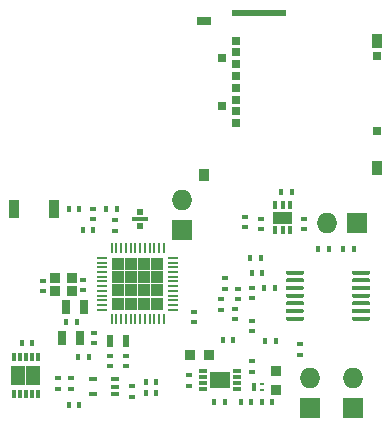
<source format=gts>
G04 #@! TF.GenerationSoftware,KiCad,Pcbnew,(5.0.0)*
G04 #@! TF.CreationDate,2019-01-11T09:19:34-05:00*
G04 #@! TF.ProjectId,GSR_v1,4753525F76312E6B696361645F706362,rev?*
G04 #@! TF.SameCoordinates,Original*
G04 #@! TF.FileFunction,Soldermask,Top*
G04 #@! TF.FilePolarity,Negative*
%FSLAX46Y46*%
G04 Gerber Fmt 4.6, Leading zero omitted, Abs format (unit mm)*
G04 Created by KiCad (PCBNEW (5.0.0)) date 01/11/19 09:19:34*
%MOMM*%
%LPD*%
G01*
G04 APERTURE LIST*
%ADD10R,4.660000X0.530000*%
%ADD11R,0.880000X1.230000*%
%ADD12R,0.780000X0.680000*%
%ADD13R,0.880000X0.980000*%
%ADD14R,1.180000X0.775000*%
%ADD15R,0.730000X0.730000*%
%ADD16R,1.730000X1.730000*%
%ADD17O,1.730000X1.730000*%
%ADD18R,0.629440X0.428780*%
%ADD19R,0.428780X0.629440*%
%ADD20R,0.680000X0.430000*%
%ADD21R,0.830000X0.830000*%
%ADD22R,0.330000X0.680000*%
%ADD23R,1.270000X0.805000*%
%ADD24R,0.730000X0.330000*%
%ADD25R,0.630000X0.630000*%
%ADD26R,0.665000X1.173000*%
%ADD27R,0.930000X0.830000*%
%ADD28R,0.830000X1.630000*%
%ADD29R,0.230000X0.830000*%
%ADD30R,0.830000X0.230000*%
%ADD31R,1.142500X1.142500*%
%ADD32R,0.630000X1.130000*%
%ADD33R,0.780000X0.330000*%
%ADD34R,0.905000X0.755000*%
%ADD35R,0.430000X0.730000*%
%ADD36R,0.430000X0.280000*%
%ADD37R,0.380000X0.680000*%
%ADD38R,0.830000X1.030000*%
%ADD39C,0.150000*%
%ADD40C,0.330000*%
G04 APERTURE END LIST*
D10*
G04 #@! TO.C,J1*
X288065000Y-111100000D03*
D11*
X298025000Y-124195000D03*
D12*
X298075000Y-121057500D03*
X298075000Y-114707500D03*
D11*
X298025000Y-113470000D03*
D13*
X283375000Y-124757500D03*
D14*
X283425000Y-111722500D03*
D15*
X284950000Y-118907500D03*
X284950000Y-114907500D03*
X286150000Y-113407500D03*
X286150000Y-114407500D03*
X286150000Y-115407500D03*
X286150000Y-116407500D03*
X286150000Y-117407500D03*
X286150000Y-118407500D03*
X286150000Y-119407500D03*
X286150000Y-120407500D03*
G04 #@! TD*
D16*
G04 #@! TO.C,P3*
X296020000Y-144480000D03*
D17*
X296020000Y-141940000D03*
G04 #@! TD*
G04 #@! TO.C,P2*
X281560000Y-126870000D03*
D16*
X281560000Y-129410000D03*
G04 #@! TD*
G04 #@! TO.C,P1*
X292420000Y-144480000D03*
D17*
X292420000Y-141940000D03*
G04 #@! TD*
D18*
G04 #@! TO.C,R18*
X291860000Y-129374580D03*
X291860000Y-128475420D03*
G04 #@! TD*
G04 #@! TO.C,R17*
X288200000Y-129399160D03*
X288200000Y-128500000D03*
G04 #@! TD*
G04 #@! TO.C,R16*
X286900000Y-129204580D03*
X286900000Y-128305420D03*
G04 #@! TD*
D19*
G04 #@! TO.C,C6*
X290869580Y-126235000D03*
X289970420Y-126235000D03*
G04 #@! TD*
D18*
G04 #@! TO.C,R15*
X287451800Y-137116820D03*
X287451800Y-138015980D03*
G04 #@! TD*
D19*
G04 #@! TO.C,R14*
X295190420Y-131050000D03*
X296089580Y-131050000D03*
G04 #@! TD*
G04 #@! TO.C,R13*
X289476180Y-138811000D03*
X288577020Y-138811000D03*
G04 #@! TD*
D18*
G04 #@! TO.C,R12*
X291541200Y-139098020D03*
X291541200Y-139997180D03*
G04 #@! TD*
D19*
G04 #@! TO.C,R11*
X293070840Y-131040000D03*
X293970000Y-131040000D03*
G04 #@! TD*
G04 #@! TO.C,R6*
X288500820Y-134315200D03*
X289399980Y-134315200D03*
G04 #@! TD*
G04 #@! TO.C,R4*
X288206180Y-131775200D03*
X287307020Y-131775200D03*
G04 #@! TD*
G04 #@! TO.C,R3*
X288358580Y-133121400D03*
X287459420Y-133121400D03*
G04 #@! TD*
D18*
G04 #@! TO.C,R2*
X287477200Y-135221980D03*
X287477200Y-134322820D03*
G04 #@! TD*
G04 #@! TO.C,R1*
X286283400Y-134399020D03*
X286283400Y-135298180D03*
G04 #@! TD*
G04 #@! TO.C,C5*
X286054800Y-136100820D03*
X286054800Y-136999980D03*
G04 #@! TD*
G04 #@! TO.C,C4*
X284810200Y-135288020D03*
X284810200Y-136187180D03*
G04 #@! TD*
G04 #@! TO.C,C3*
X285230000Y-133499160D03*
X285230000Y-134398320D03*
G04 #@! TD*
D19*
G04 #@! TO.C,R5*
X278480420Y-142290000D03*
X279379580Y-142290000D03*
G04 #@! TD*
D20*
G04 #@! TO.C,U5*
X275900000Y-143360000D03*
X275900000Y-142060000D03*
X275900000Y-142710000D03*
X274000000Y-142060000D03*
X274000000Y-143360000D03*
G04 #@! TD*
D21*
G04 #@! TO.C,D4*
X289520000Y-142980000D03*
X289520000Y-141380000D03*
G04 #@! TD*
D19*
G04 #@! TO.C,C18*
X288310420Y-144010000D03*
X289209580Y-144010000D03*
G04 #@! TD*
G04 #@! TO.C,R10*
X286530420Y-144010000D03*
X287429580Y-144010000D03*
G04 #@! TD*
G04 #@! TO.C,C16*
X285199580Y-144020000D03*
X284300420Y-144020000D03*
G04 #@! TD*
D18*
G04 #@! TO.C,R9*
X282140000Y-142639580D03*
X282140000Y-141740420D03*
G04 #@! TD*
G04 #@! TO.C,C17*
X287490000Y-141469580D03*
X287490000Y-140570420D03*
G04 #@! TD*
D21*
G04 #@! TO.C,D3*
X282240000Y-140050000D03*
X283840000Y-140050000D03*
G04 #@! TD*
D18*
G04 #@! TO.C,C22*
X282587400Y-136355220D03*
X282587400Y-137254380D03*
G04 #@! TD*
D19*
G04 #@! TO.C,R7*
X279379580Y-143270000D03*
X278480420Y-143270000D03*
G04 #@! TD*
D18*
G04 #@! TO.C,C14*
X277310000Y-143549580D03*
X277310000Y-142650420D03*
G04 #@! TD*
D19*
G04 #@! TO.C,C15*
X272849580Y-144260000D03*
X271950420Y-144260000D03*
G04 #@! TD*
D22*
G04 #@! TO.C,U1*
X269320000Y-140200000D03*
X268820000Y-140200000D03*
X268320000Y-140200000D03*
X267820000Y-140200000D03*
X267320000Y-140200000D03*
X267320000Y-143300000D03*
X267820000Y-143300000D03*
X268320000Y-143300000D03*
X268820000Y-143300000D03*
X269320000Y-143300000D03*
D23*
X267700000Y-142137500D03*
X268940000Y-142137500D03*
X267700000Y-141362500D03*
X268940000Y-141362500D03*
G04 #@! TD*
D19*
G04 #@! TO.C,L1*
X267990420Y-138970000D03*
X268889580Y-138970000D03*
G04 #@! TD*
D18*
G04 #@! TO.C,C21*
X274070000Y-139049580D03*
X274070000Y-138150420D03*
G04 #@! TD*
D24*
G04 #@! TO.C,F1*
X278326500Y-128500000D03*
D25*
X278000000Y-129112500D03*
X278000000Y-127887500D03*
D24*
X277637500Y-128500000D03*
G04 #@! TD*
D18*
G04 #@! TO.C,C34*
X275840000Y-129489580D03*
X275840000Y-128590420D03*
G04 #@! TD*
D19*
G04 #@! TO.C,C33*
X273150420Y-129450000D03*
X274049580Y-129450000D03*
G04 #@! TD*
G04 #@! TO.C,C11*
X285889580Y-138790000D03*
X284990420Y-138790000D03*
G04 #@! TD*
D18*
G04 #@! TO.C,C2*
X271040000Y-142899580D03*
X271040000Y-142000420D03*
G04 #@! TD*
G04 #@! TO.C,C1*
X272140000Y-142909580D03*
X272140000Y-142010420D03*
G04 #@! TD*
D26*
G04 #@! TO.C,L4*
X272932000Y-138620000D03*
X271408000Y-138620000D03*
G04 #@! TD*
D27*
G04 #@! TO.C,X1*
X270800000Y-133500000D03*
X272200000Y-133500000D03*
X270800000Y-134600000D03*
X272200000Y-134600000D03*
G04 #@! TD*
D18*
G04 #@! TO.C,C28*
X275450000Y-140100420D03*
X275450000Y-140999580D03*
G04 #@! TD*
D19*
G04 #@! TO.C,C26*
X273649580Y-140200000D03*
X272750420Y-140200000D03*
G04 #@! TD*
D18*
G04 #@! TO.C,C24*
X269800000Y-133750420D03*
X269800000Y-134649580D03*
G04 #@! TD*
G04 #@! TO.C,C25*
X273200000Y-134549580D03*
X273200000Y-133650420D03*
G04 #@! TD*
G04 #@! TO.C,C29*
X276850000Y-140100420D03*
X276850000Y-140999580D03*
G04 #@! TD*
D28*
G04 #@! TO.C,A1*
X270745000Y-127673000D03*
X267345000Y-127673000D03*
G04 #@! TD*
D19*
G04 #@! TO.C,L6*
X272849580Y-127700000D03*
X271950420Y-127700000D03*
G04 #@! TD*
D18*
G04 #@! TO.C,L5*
X274000000Y-127650420D03*
X274000000Y-128549580D03*
G04 #@! TD*
D19*
G04 #@! TO.C,C30*
X276049580Y-127700000D03*
X275150420Y-127700000D03*
G04 #@! TD*
G04 #@! TO.C,L3*
X271730420Y-137270000D03*
X272629580Y-137270000D03*
G04 #@! TD*
D26*
G04 #@! TO.C,C23*
X273262000Y-136000000D03*
X271738000Y-136000000D03*
G04 #@! TD*
D29*
G04 #@! TO.C,U3*
X275600000Y-137000000D03*
X276000000Y-137000000D03*
X276400000Y-137000000D03*
X276800000Y-137000000D03*
X277200000Y-137000000D03*
X277600000Y-137000000D03*
X278000000Y-137000000D03*
X278400000Y-137000000D03*
X278800000Y-137000000D03*
X279200000Y-137000000D03*
X279600000Y-137000000D03*
X280000000Y-137000000D03*
D30*
X280800000Y-136200000D03*
X280800000Y-135800000D03*
X280800000Y-135400000D03*
X280800000Y-135000000D03*
X280800000Y-134600000D03*
X280800000Y-134200000D03*
X280800000Y-133800000D03*
X280800000Y-133400000D03*
X280800000Y-133000000D03*
X280800000Y-132600000D03*
X280800000Y-132200000D03*
X280800000Y-131800000D03*
D29*
X280000000Y-131000000D03*
X279600000Y-131000000D03*
X279200000Y-131000000D03*
X278800000Y-131000000D03*
X278400000Y-131000000D03*
X278000000Y-131000000D03*
X277600000Y-131000000D03*
X277200000Y-131000000D03*
X276800000Y-131000000D03*
X276400000Y-131000000D03*
X276000000Y-131000000D03*
X275600000Y-131000000D03*
D30*
X274800000Y-131800000D03*
X274800000Y-132200000D03*
X274800000Y-132600000D03*
X274800000Y-133000000D03*
X274800000Y-133400000D03*
X274800000Y-133800000D03*
X274800000Y-134200000D03*
X274800000Y-134600000D03*
X274800000Y-135000000D03*
X274800000Y-135400000D03*
X274800000Y-135800000D03*
X274800000Y-136200000D03*
D31*
X279468750Y-132331250D03*
X278356250Y-132331250D03*
X277243750Y-132331250D03*
X276131250Y-132331250D03*
X279468750Y-133443750D03*
X278356250Y-133443750D03*
X277243750Y-133443750D03*
X276131250Y-133443750D03*
X279468750Y-134556250D03*
X278356250Y-134556250D03*
X277243750Y-134556250D03*
X276131250Y-134556250D03*
X279468750Y-135668750D03*
X278356250Y-135668750D03*
X277243750Y-135668750D03*
X276131250Y-135668750D03*
G04 #@! TD*
D32*
G04 #@! TO.C,X2*
X276850000Y-138850000D03*
X275450000Y-138850000D03*
G04 #@! TD*
D33*
G04 #@! TO.C,U6*
X286210000Y-142890000D03*
X286210000Y-142390000D03*
X286210000Y-141890000D03*
X286210000Y-141390000D03*
X283310000Y-141390000D03*
X283310000Y-141890000D03*
X283310000Y-142390000D03*
X283310000Y-142890000D03*
D34*
X284322500Y-141777500D03*
X284322500Y-142502500D03*
X285197500Y-141777500D03*
X285197500Y-142502500D03*
G04 #@! TD*
D35*
G04 #@! TO.C,Q1*
X287610000Y-142730000D03*
D36*
X288310000Y-142955000D03*
X288310000Y-142505000D03*
G04 #@! TD*
D37*
G04 #@! TO.C,U4*
X289410000Y-129465000D03*
X290060000Y-129465000D03*
X290710000Y-129465000D03*
X290710000Y-127365000D03*
X290060000Y-127365000D03*
X289410000Y-127365000D03*
D38*
X290460000Y-128415000D03*
X289660000Y-128415000D03*
G04 #@! TD*
D39*
G04 #@! TO.C,U2*
G36*
X291768986Y-132886397D02*
X291776995Y-132887585D01*
X291784848Y-132889552D01*
X291792471Y-132892280D01*
X291799790Y-132895741D01*
X291806735Y-132899904D01*
X291813237Y-132904727D01*
X291819236Y-132910164D01*
X291824673Y-132916163D01*
X291829496Y-132922665D01*
X291833659Y-132929610D01*
X291837120Y-132936929D01*
X291839848Y-132944552D01*
X291841815Y-132952405D01*
X291843003Y-132960414D01*
X291843400Y-132968500D01*
X291843400Y-133133500D01*
X291843003Y-133141586D01*
X291841815Y-133149595D01*
X291839848Y-133157448D01*
X291837120Y-133165071D01*
X291833659Y-133172390D01*
X291829496Y-133179335D01*
X291824673Y-133185837D01*
X291819236Y-133191836D01*
X291813237Y-133197273D01*
X291806735Y-133202096D01*
X291799790Y-133206259D01*
X291792471Y-133209720D01*
X291784848Y-133212448D01*
X291776995Y-133214415D01*
X291768986Y-133215603D01*
X291760900Y-133216000D01*
X290445900Y-133216000D01*
X290437814Y-133215603D01*
X290429805Y-133214415D01*
X290421952Y-133212448D01*
X290414329Y-133209720D01*
X290407010Y-133206259D01*
X290400065Y-133202096D01*
X290393563Y-133197273D01*
X290387564Y-133191836D01*
X290382127Y-133185837D01*
X290377304Y-133179335D01*
X290373141Y-133172390D01*
X290369680Y-133165071D01*
X290366952Y-133157448D01*
X290364985Y-133149595D01*
X290363797Y-133141586D01*
X290363400Y-133133500D01*
X290363400Y-132968500D01*
X290363797Y-132960414D01*
X290364985Y-132952405D01*
X290366952Y-132944552D01*
X290369680Y-132936929D01*
X290373141Y-132929610D01*
X290377304Y-132922665D01*
X290382127Y-132916163D01*
X290387564Y-132910164D01*
X290393563Y-132904727D01*
X290400065Y-132899904D01*
X290407010Y-132895741D01*
X290414329Y-132892280D01*
X290421952Y-132889552D01*
X290429805Y-132887585D01*
X290437814Y-132886397D01*
X290445900Y-132886000D01*
X291760900Y-132886000D01*
X291768986Y-132886397D01*
X291768986Y-132886397D01*
G37*
D40*
X291103400Y-133051000D03*
D39*
G36*
X291768986Y-133536397D02*
X291776995Y-133537585D01*
X291784848Y-133539552D01*
X291792471Y-133542280D01*
X291799790Y-133545741D01*
X291806735Y-133549904D01*
X291813237Y-133554727D01*
X291819236Y-133560164D01*
X291824673Y-133566163D01*
X291829496Y-133572665D01*
X291833659Y-133579610D01*
X291837120Y-133586929D01*
X291839848Y-133594552D01*
X291841815Y-133602405D01*
X291843003Y-133610414D01*
X291843400Y-133618500D01*
X291843400Y-133783500D01*
X291843003Y-133791586D01*
X291841815Y-133799595D01*
X291839848Y-133807448D01*
X291837120Y-133815071D01*
X291833659Y-133822390D01*
X291829496Y-133829335D01*
X291824673Y-133835837D01*
X291819236Y-133841836D01*
X291813237Y-133847273D01*
X291806735Y-133852096D01*
X291799790Y-133856259D01*
X291792471Y-133859720D01*
X291784848Y-133862448D01*
X291776995Y-133864415D01*
X291768986Y-133865603D01*
X291760900Y-133866000D01*
X290445900Y-133866000D01*
X290437814Y-133865603D01*
X290429805Y-133864415D01*
X290421952Y-133862448D01*
X290414329Y-133859720D01*
X290407010Y-133856259D01*
X290400065Y-133852096D01*
X290393563Y-133847273D01*
X290387564Y-133841836D01*
X290382127Y-133835837D01*
X290377304Y-133829335D01*
X290373141Y-133822390D01*
X290369680Y-133815071D01*
X290366952Y-133807448D01*
X290364985Y-133799595D01*
X290363797Y-133791586D01*
X290363400Y-133783500D01*
X290363400Y-133618500D01*
X290363797Y-133610414D01*
X290364985Y-133602405D01*
X290366952Y-133594552D01*
X290369680Y-133586929D01*
X290373141Y-133579610D01*
X290377304Y-133572665D01*
X290382127Y-133566163D01*
X290387564Y-133560164D01*
X290393563Y-133554727D01*
X290400065Y-133549904D01*
X290407010Y-133545741D01*
X290414329Y-133542280D01*
X290421952Y-133539552D01*
X290429805Y-133537585D01*
X290437814Y-133536397D01*
X290445900Y-133536000D01*
X291760900Y-133536000D01*
X291768986Y-133536397D01*
X291768986Y-133536397D01*
G37*
D40*
X291103400Y-133701000D03*
D39*
G36*
X291768986Y-134186397D02*
X291776995Y-134187585D01*
X291784848Y-134189552D01*
X291792471Y-134192280D01*
X291799790Y-134195741D01*
X291806735Y-134199904D01*
X291813237Y-134204727D01*
X291819236Y-134210164D01*
X291824673Y-134216163D01*
X291829496Y-134222665D01*
X291833659Y-134229610D01*
X291837120Y-134236929D01*
X291839848Y-134244552D01*
X291841815Y-134252405D01*
X291843003Y-134260414D01*
X291843400Y-134268500D01*
X291843400Y-134433500D01*
X291843003Y-134441586D01*
X291841815Y-134449595D01*
X291839848Y-134457448D01*
X291837120Y-134465071D01*
X291833659Y-134472390D01*
X291829496Y-134479335D01*
X291824673Y-134485837D01*
X291819236Y-134491836D01*
X291813237Y-134497273D01*
X291806735Y-134502096D01*
X291799790Y-134506259D01*
X291792471Y-134509720D01*
X291784848Y-134512448D01*
X291776995Y-134514415D01*
X291768986Y-134515603D01*
X291760900Y-134516000D01*
X290445900Y-134516000D01*
X290437814Y-134515603D01*
X290429805Y-134514415D01*
X290421952Y-134512448D01*
X290414329Y-134509720D01*
X290407010Y-134506259D01*
X290400065Y-134502096D01*
X290393563Y-134497273D01*
X290387564Y-134491836D01*
X290382127Y-134485837D01*
X290377304Y-134479335D01*
X290373141Y-134472390D01*
X290369680Y-134465071D01*
X290366952Y-134457448D01*
X290364985Y-134449595D01*
X290363797Y-134441586D01*
X290363400Y-134433500D01*
X290363400Y-134268500D01*
X290363797Y-134260414D01*
X290364985Y-134252405D01*
X290366952Y-134244552D01*
X290369680Y-134236929D01*
X290373141Y-134229610D01*
X290377304Y-134222665D01*
X290382127Y-134216163D01*
X290387564Y-134210164D01*
X290393563Y-134204727D01*
X290400065Y-134199904D01*
X290407010Y-134195741D01*
X290414329Y-134192280D01*
X290421952Y-134189552D01*
X290429805Y-134187585D01*
X290437814Y-134186397D01*
X290445900Y-134186000D01*
X291760900Y-134186000D01*
X291768986Y-134186397D01*
X291768986Y-134186397D01*
G37*
D40*
X291103400Y-134351000D03*
D39*
G36*
X297368986Y-132886397D02*
X297376995Y-132887585D01*
X297384848Y-132889552D01*
X297392471Y-132892280D01*
X297399790Y-132895741D01*
X297406735Y-132899904D01*
X297413237Y-132904727D01*
X297419236Y-132910164D01*
X297424673Y-132916163D01*
X297429496Y-132922665D01*
X297433659Y-132929610D01*
X297437120Y-132936929D01*
X297439848Y-132944552D01*
X297441815Y-132952405D01*
X297443003Y-132960414D01*
X297443400Y-132968500D01*
X297443400Y-133133500D01*
X297443003Y-133141586D01*
X297441815Y-133149595D01*
X297439848Y-133157448D01*
X297437120Y-133165071D01*
X297433659Y-133172390D01*
X297429496Y-133179335D01*
X297424673Y-133185837D01*
X297419236Y-133191836D01*
X297413237Y-133197273D01*
X297406735Y-133202096D01*
X297399790Y-133206259D01*
X297392471Y-133209720D01*
X297384848Y-133212448D01*
X297376995Y-133214415D01*
X297368986Y-133215603D01*
X297360900Y-133216000D01*
X296045900Y-133216000D01*
X296037814Y-133215603D01*
X296029805Y-133214415D01*
X296021952Y-133212448D01*
X296014329Y-133209720D01*
X296007010Y-133206259D01*
X296000065Y-133202096D01*
X295993563Y-133197273D01*
X295987564Y-133191836D01*
X295982127Y-133185837D01*
X295977304Y-133179335D01*
X295973141Y-133172390D01*
X295969680Y-133165071D01*
X295966952Y-133157448D01*
X295964985Y-133149595D01*
X295963797Y-133141586D01*
X295963400Y-133133500D01*
X295963400Y-132968500D01*
X295963797Y-132960414D01*
X295964985Y-132952405D01*
X295966952Y-132944552D01*
X295969680Y-132936929D01*
X295973141Y-132929610D01*
X295977304Y-132922665D01*
X295982127Y-132916163D01*
X295987564Y-132910164D01*
X295993563Y-132904727D01*
X296000065Y-132899904D01*
X296007010Y-132895741D01*
X296014329Y-132892280D01*
X296021952Y-132889552D01*
X296029805Y-132887585D01*
X296037814Y-132886397D01*
X296045900Y-132886000D01*
X297360900Y-132886000D01*
X297368986Y-132886397D01*
X297368986Y-132886397D01*
G37*
D40*
X296703400Y-133051000D03*
D39*
G36*
X297368986Y-133536397D02*
X297376995Y-133537585D01*
X297384848Y-133539552D01*
X297392471Y-133542280D01*
X297399790Y-133545741D01*
X297406735Y-133549904D01*
X297413237Y-133554727D01*
X297419236Y-133560164D01*
X297424673Y-133566163D01*
X297429496Y-133572665D01*
X297433659Y-133579610D01*
X297437120Y-133586929D01*
X297439848Y-133594552D01*
X297441815Y-133602405D01*
X297443003Y-133610414D01*
X297443400Y-133618500D01*
X297443400Y-133783500D01*
X297443003Y-133791586D01*
X297441815Y-133799595D01*
X297439848Y-133807448D01*
X297437120Y-133815071D01*
X297433659Y-133822390D01*
X297429496Y-133829335D01*
X297424673Y-133835837D01*
X297419236Y-133841836D01*
X297413237Y-133847273D01*
X297406735Y-133852096D01*
X297399790Y-133856259D01*
X297392471Y-133859720D01*
X297384848Y-133862448D01*
X297376995Y-133864415D01*
X297368986Y-133865603D01*
X297360900Y-133866000D01*
X296045900Y-133866000D01*
X296037814Y-133865603D01*
X296029805Y-133864415D01*
X296021952Y-133862448D01*
X296014329Y-133859720D01*
X296007010Y-133856259D01*
X296000065Y-133852096D01*
X295993563Y-133847273D01*
X295987564Y-133841836D01*
X295982127Y-133835837D01*
X295977304Y-133829335D01*
X295973141Y-133822390D01*
X295969680Y-133815071D01*
X295966952Y-133807448D01*
X295964985Y-133799595D01*
X295963797Y-133791586D01*
X295963400Y-133783500D01*
X295963400Y-133618500D01*
X295963797Y-133610414D01*
X295964985Y-133602405D01*
X295966952Y-133594552D01*
X295969680Y-133586929D01*
X295973141Y-133579610D01*
X295977304Y-133572665D01*
X295982127Y-133566163D01*
X295987564Y-133560164D01*
X295993563Y-133554727D01*
X296000065Y-133549904D01*
X296007010Y-133545741D01*
X296014329Y-133542280D01*
X296021952Y-133539552D01*
X296029805Y-133537585D01*
X296037814Y-133536397D01*
X296045900Y-133536000D01*
X297360900Y-133536000D01*
X297368986Y-133536397D01*
X297368986Y-133536397D01*
G37*
D40*
X296703400Y-133701000D03*
D39*
G36*
X297368986Y-134186397D02*
X297376995Y-134187585D01*
X297384848Y-134189552D01*
X297392471Y-134192280D01*
X297399790Y-134195741D01*
X297406735Y-134199904D01*
X297413237Y-134204727D01*
X297419236Y-134210164D01*
X297424673Y-134216163D01*
X297429496Y-134222665D01*
X297433659Y-134229610D01*
X297437120Y-134236929D01*
X297439848Y-134244552D01*
X297441815Y-134252405D01*
X297443003Y-134260414D01*
X297443400Y-134268500D01*
X297443400Y-134433500D01*
X297443003Y-134441586D01*
X297441815Y-134449595D01*
X297439848Y-134457448D01*
X297437120Y-134465071D01*
X297433659Y-134472390D01*
X297429496Y-134479335D01*
X297424673Y-134485837D01*
X297419236Y-134491836D01*
X297413237Y-134497273D01*
X297406735Y-134502096D01*
X297399790Y-134506259D01*
X297392471Y-134509720D01*
X297384848Y-134512448D01*
X297376995Y-134514415D01*
X297368986Y-134515603D01*
X297360900Y-134516000D01*
X296045900Y-134516000D01*
X296037814Y-134515603D01*
X296029805Y-134514415D01*
X296021952Y-134512448D01*
X296014329Y-134509720D01*
X296007010Y-134506259D01*
X296000065Y-134502096D01*
X295993563Y-134497273D01*
X295987564Y-134491836D01*
X295982127Y-134485837D01*
X295977304Y-134479335D01*
X295973141Y-134472390D01*
X295969680Y-134465071D01*
X295966952Y-134457448D01*
X295964985Y-134449595D01*
X295963797Y-134441586D01*
X295963400Y-134433500D01*
X295963400Y-134268500D01*
X295963797Y-134260414D01*
X295964985Y-134252405D01*
X295966952Y-134244552D01*
X295969680Y-134236929D01*
X295973141Y-134229610D01*
X295977304Y-134222665D01*
X295982127Y-134216163D01*
X295987564Y-134210164D01*
X295993563Y-134204727D01*
X296000065Y-134199904D01*
X296007010Y-134195741D01*
X296014329Y-134192280D01*
X296021952Y-134189552D01*
X296029805Y-134187585D01*
X296037814Y-134186397D01*
X296045900Y-134186000D01*
X297360900Y-134186000D01*
X297368986Y-134186397D01*
X297368986Y-134186397D01*
G37*
D40*
X296703400Y-134351000D03*
D39*
G36*
X297368986Y-134836397D02*
X297376995Y-134837585D01*
X297384848Y-134839552D01*
X297392471Y-134842280D01*
X297399790Y-134845741D01*
X297406735Y-134849904D01*
X297413237Y-134854727D01*
X297419236Y-134860164D01*
X297424673Y-134866163D01*
X297429496Y-134872665D01*
X297433659Y-134879610D01*
X297437120Y-134886929D01*
X297439848Y-134894552D01*
X297441815Y-134902405D01*
X297443003Y-134910414D01*
X297443400Y-134918500D01*
X297443400Y-135083500D01*
X297443003Y-135091586D01*
X297441815Y-135099595D01*
X297439848Y-135107448D01*
X297437120Y-135115071D01*
X297433659Y-135122390D01*
X297429496Y-135129335D01*
X297424673Y-135135837D01*
X297419236Y-135141836D01*
X297413237Y-135147273D01*
X297406735Y-135152096D01*
X297399790Y-135156259D01*
X297392471Y-135159720D01*
X297384848Y-135162448D01*
X297376995Y-135164415D01*
X297368986Y-135165603D01*
X297360900Y-135166000D01*
X296045900Y-135166000D01*
X296037814Y-135165603D01*
X296029805Y-135164415D01*
X296021952Y-135162448D01*
X296014329Y-135159720D01*
X296007010Y-135156259D01*
X296000065Y-135152096D01*
X295993563Y-135147273D01*
X295987564Y-135141836D01*
X295982127Y-135135837D01*
X295977304Y-135129335D01*
X295973141Y-135122390D01*
X295969680Y-135115071D01*
X295966952Y-135107448D01*
X295964985Y-135099595D01*
X295963797Y-135091586D01*
X295963400Y-135083500D01*
X295963400Y-134918500D01*
X295963797Y-134910414D01*
X295964985Y-134902405D01*
X295966952Y-134894552D01*
X295969680Y-134886929D01*
X295973141Y-134879610D01*
X295977304Y-134872665D01*
X295982127Y-134866163D01*
X295987564Y-134860164D01*
X295993563Y-134854727D01*
X296000065Y-134849904D01*
X296007010Y-134845741D01*
X296014329Y-134842280D01*
X296021952Y-134839552D01*
X296029805Y-134837585D01*
X296037814Y-134836397D01*
X296045900Y-134836000D01*
X297360900Y-134836000D01*
X297368986Y-134836397D01*
X297368986Y-134836397D01*
G37*
D40*
X296703400Y-135001000D03*
D39*
G36*
X297368986Y-135486397D02*
X297376995Y-135487585D01*
X297384848Y-135489552D01*
X297392471Y-135492280D01*
X297399790Y-135495741D01*
X297406735Y-135499904D01*
X297413237Y-135504727D01*
X297419236Y-135510164D01*
X297424673Y-135516163D01*
X297429496Y-135522665D01*
X297433659Y-135529610D01*
X297437120Y-135536929D01*
X297439848Y-135544552D01*
X297441815Y-135552405D01*
X297443003Y-135560414D01*
X297443400Y-135568500D01*
X297443400Y-135733500D01*
X297443003Y-135741586D01*
X297441815Y-135749595D01*
X297439848Y-135757448D01*
X297437120Y-135765071D01*
X297433659Y-135772390D01*
X297429496Y-135779335D01*
X297424673Y-135785837D01*
X297419236Y-135791836D01*
X297413237Y-135797273D01*
X297406735Y-135802096D01*
X297399790Y-135806259D01*
X297392471Y-135809720D01*
X297384848Y-135812448D01*
X297376995Y-135814415D01*
X297368986Y-135815603D01*
X297360900Y-135816000D01*
X296045900Y-135816000D01*
X296037814Y-135815603D01*
X296029805Y-135814415D01*
X296021952Y-135812448D01*
X296014329Y-135809720D01*
X296007010Y-135806259D01*
X296000065Y-135802096D01*
X295993563Y-135797273D01*
X295987564Y-135791836D01*
X295982127Y-135785837D01*
X295977304Y-135779335D01*
X295973141Y-135772390D01*
X295969680Y-135765071D01*
X295966952Y-135757448D01*
X295964985Y-135749595D01*
X295963797Y-135741586D01*
X295963400Y-135733500D01*
X295963400Y-135568500D01*
X295963797Y-135560414D01*
X295964985Y-135552405D01*
X295966952Y-135544552D01*
X295969680Y-135536929D01*
X295973141Y-135529610D01*
X295977304Y-135522665D01*
X295982127Y-135516163D01*
X295987564Y-135510164D01*
X295993563Y-135504727D01*
X296000065Y-135499904D01*
X296007010Y-135495741D01*
X296014329Y-135492280D01*
X296021952Y-135489552D01*
X296029805Y-135487585D01*
X296037814Y-135486397D01*
X296045900Y-135486000D01*
X297360900Y-135486000D01*
X297368986Y-135486397D01*
X297368986Y-135486397D01*
G37*
D40*
X296703400Y-135651000D03*
D39*
G36*
X297368986Y-136136397D02*
X297376995Y-136137585D01*
X297384848Y-136139552D01*
X297392471Y-136142280D01*
X297399790Y-136145741D01*
X297406735Y-136149904D01*
X297413237Y-136154727D01*
X297419236Y-136160164D01*
X297424673Y-136166163D01*
X297429496Y-136172665D01*
X297433659Y-136179610D01*
X297437120Y-136186929D01*
X297439848Y-136194552D01*
X297441815Y-136202405D01*
X297443003Y-136210414D01*
X297443400Y-136218500D01*
X297443400Y-136383500D01*
X297443003Y-136391586D01*
X297441815Y-136399595D01*
X297439848Y-136407448D01*
X297437120Y-136415071D01*
X297433659Y-136422390D01*
X297429496Y-136429335D01*
X297424673Y-136435837D01*
X297419236Y-136441836D01*
X297413237Y-136447273D01*
X297406735Y-136452096D01*
X297399790Y-136456259D01*
X297392471Y-136459720D01*
X297384848Y-136462448D01*
X297376995Y-136464415D01*
X297368986Y-136465603D01*
X297360900Y-136466000D01*
X296045900Y-136466000D01*
X296037814Y-136465603D01*
X296029805Y-136464415D01*
X296021952Y-136462448D01*
X296014329Y-136459720D01*
X296007010Y-136456259D01*
X296000065Y-136452096D01*
X295993563Y-136447273D01*
X295987564Y-136441836D01*
X295982127Y-136435837D01*
X295977304Y-136429335D01*
X295973141Y-136422390D01*
X295969680Y-136415071D01*
X295966952Y-136407448D01*
X295964985Y-136399595D01*
X295963797Y-136391586D01*
X295963400Y-136383500D01*
X295963400Y-136218500D01*
X295963797Y-136210414D01*
X295964985Y-136202405D01*
X295966952Y-136194552D01*
X295969680Y-136186929D01*
X295973141Y-136179610D01*
X295977304Y-136172665D01*
X295982127Y-136166163D01*
X295987564Y-136160164D01*
X295993563Y-136154727D01*
X296000065Y-136149904D01*
X296007010Y-136145741D01*
X296014329Y-136142280D01*
X296021952Y-136139552D01*
X296029805Y-136137585D01*
X296037814Y-136136397D01*
X296045900Y-136136000D01*
X297360900Y-136136000D01*
X297368986Y-136136397D01*
X297368986Y-136136397D01*
G37*
D40*
X296703400Y-136301000D03*
D39*
G36*
X297368986Y-136786397D02*
X297376995Y-136787585D01*
X297384848Y-136789552D01*
X297392471Y-136792280D01*
X297399790Y-136795741D01*
X297406735Y-136799904D01*
X297413237Y-136804727D01*
X297419236Y-136810164D01*
X297424673Y-136816163D01*
X297429496Y-136822665D01*
X297433659Y-136829610D01*
X297437120Y-136836929D01*
X297439848Y-136844552D01*
X297441815Y-136852405D01*
X297443003Y-136860414D01*
X297443400Y-136868500D01*
X297443400Y-137033500D01*
X297443003Y-137041586D01*
X297441815Y-137049595D01*
X297439848Y-137057448D01*
X297437120Y-137065071D01*
X297433659Y-137072390D01*
X297429496Y-137079335D01*
X297424673Y-137085837D01*
X297419236Y-137091836D01*
X297413237Y-137097273D01*
X297406735Y-137102096D01*
X297399790Y-137106259D01*
X297392471Y-137109720D01*
X297384848Y-137112448D01*
X297376995Y-137114415D01*
X297368986Y-137115603D01*
X297360900Y-137116000D01*
X296045900Y-137116000D01*
X296037814Y-137115603D01*
X296029805Y-137114415D01*
X296021952Y-137112448D01*
X296014329Y-137109720D01*
X296007010Y-137106259D01*
X296000065Y-137102096D01*
X295993563Y-137097273D01*
X295987564Y-137091836D01*
X295982127Y-137085837D01*
X295977304Y-137079335D01*
X295973141Y-137072390D01*
X295969680Y-137065071D01*
X295966952Y-137057448D01*
X295964985Y-137049595D01*
X295963797Y-137041586D01*
X295963400Y-137033500D01*
X295963400Y-136868500D01*
X295963797Y-136860414D01*
X295964985Y-136852405D01*
X295966952Y-136844552D01*
X295969680Y-136836929D01*
X295973141Y-136829610D01*
X295977304Y-136822665D01*
X295982127Y-136816163D01*
X295987564Y-136810164D01*
X295993563Y-136804727D01*
X296000065Y-136799904D01*
X296007010Y-136795741D01*
X296014329Y-136792280D01*
X296021952Y-136789552D01*
X296029805Y-136787585D01*
X296037814Y-136786397D01*
X296045900Y-136786000D01*
X297360900Y-136786000D01*
X297368986Y-136786397D01*
X297368986Y-136786397D01*
G37*
D40*
X296703400Y-136951000D03*
D39*
G36*
X291768986Y-136786397D02*
X291776995Y-136787585D01*
X291784848Y-136789552D01*
X291792471Y-136792280D01*
X291799790Y-136795741D01*
X291806735Y-136799904D01*
X291813237Y-136804727D01*
X291819236Y-136810164D01*
X291824673Y-136816163D01*
X291829496Y-136822665D01*
X291833659Y-136829610D01*
X291837120Y-136836929D01*
X291839848Y-136844552D01*
X291841815Y-136852405D01*
X291843003Y-136860414D01*
X291843400Y-136868500D01*
X291843400Y-137033500D01*
X291843003Y-137041586D01*
X291841815Y-137049595D01*
X291839848Y-137057448D01*
X291837120Y-137065071D01*
X291833659Y-137072390D01*
X291829496Y-137079335D01*
X291824673Y-137085837D01*
X291819236Y-137091836D01*
X291813237Y-137097273D01*
X291806735Y-137102096D01*
X291799790Y-137106259D01*
X291792471Y-137109720D01*
X291784848Y-137112448D01*
X291776995Y-137114415D01*
X291768986Y-137115603D01*
X291760900Y-137116000D01*
X290445900Y-137116000D01*
X290437814Y-137115603D01*
X290429805Y-137114415D01*
X290421952Y-137112448D01*
X290414329Y-137109720D01*
X290407010Y-137106259D01*
X290400065Y-137102096D01*
X290393563Y-137097273D01*
X290387564Y-137091836D01*
X290382127Y-137085837D01*
X290377304Y-137079335D01*
X290373141Y-137072390D01*
X290369680Y-137065071D01*
X290366952Y-137057448D01*
X290364985Y-137049595D01*
X290363797Y-137041586D01*
X290363400Y-137033500D01*
X290363400Y-136868500D01*
X290363797Y-136860414D01*
X290364985Y-136852405D01*
X290366952Y-136844552D01*
X290369680Y-136836929D01*
X290373141Y-136829610D01*
X290377304Y-136822665D01*
X290382127Y-136816163D01*
X290387564Y-136810164D01*
X290393563Y-136804727D01*
X290400065Y-136799904D01*
X290407010Y-136795741D01*
X290414329Y-136792280D01*
X290421952Y-136789552D01*
X290429805Y-136787585D01*
X290437814Y-136786397D01*
X290445900Y-136786000D01*
X291760900Y-136786000D01*
X291768986Y-136786397D01*
X291768986Y-136786397D01*
G37*
D40*
X291103400Y-136951000D03*
D39*
G36*
X291768986Y-136136397D02*
X291776995Y-136137585D01*
X291784848Y-136139552D01*
X291792471Y-136142280D01*
X291799790Y-136145741D01*
X291806735Y-136149904D01*
X291813237Y-136154727D01*
X291819236Y-136160164D01*
X291824673Y-136166163D01*
X291829496Y-136172665D01*
X291833659Y-136179610D01*
X291837120Y-136186929D01*
X291839848Y-136194552D01*
X291841815Y-136202405D01*
X291843003Y-136210414D01*
X291843400Y-136218500D01*
X291843400Y-136383500D01*
X291843003Y-136391586D01*
X291841815Y-136399595D01*
X291839848Y-136407448D01*
X291837120Y-136415071D01*
X291833659Y-136422390D01*
X291829496Y-136429335D01*
X291824673Y-136435837D01*
X291819236Y-136441836D01*
X291813237Y-136447273D01*
X291806735Y-136452096D01*
X291799790Y-136456259D01*
X291792471Y-136459720D01*
X291784848Y-136462448D01*
X291776995Y-136464415D01*
X291768986Y-136465603D01*
X291760900Y-136466000D01*
X290445900Y-136466000D01*
X290437814Y-136465603D01*
X290429805Y-136464415D01*
X290421952Y-136462448D01*
X290414329Y-136459720D01*
X290407010Y-136456259D01*
X290400065Y-136452096D01*
X290393563Y-136447273D01*
X290387564Y-136441836D01*
X290382127Y-136435837D01*
X290377304Y-136429335D01*
X290373141Y-136422390D01*
X290369680Y-136415071D01*
X290366952Y-136407448D01*
X290364985Y-136399595D01*
X290363797Y-136391586D01*
X290363400Y-136383500D01*
X290363400Y-136218500D01*
X290363797Y-136210414D01*
X290364985Y-136202405D01*
X290366952Y-136194552D01*
X290369680Y-136186929D01*
X290373141Y-136179610D01*
X290377304Y-136172665D01*
X290382127Y-136166163D01*
X290387564Y-136160164D01*
X290393563Y-136154727D01*
X290400065Y-136149904D01*
X290407010Y-136145741D01*
X290414329Y-136142280D01*
X290421952Y-136139552D01*
X290429805Y-136137585D01*
X290437814Y-136136397D01*
X290445900Y-136136000D01*
X291760900Y-136136000D01*
X291768986Y-136136397D01*
X291768986Y-136136397D01*
G37*
D40*
X291103400Y-136301000D03*
D39*
G36*
X291768986Y-135486397D02*
X291776995Y-135487585D01*
X291784848Y-135489552D01*
X291792471Y-135492280D01*
X291799790Y-135495741D01*
X291806735Y-135499904D01*
X291813237Y-135504727D01*
X291819236Y-135510164D01*
X291824673Y-135516163D01*
X291829496Y-135522665D01*
X291833659Y-135529610D01*
X291837120Y-135536929D01*
X291839848Y-135544552D01*
X291841815Y-135552405D01*
X291843003Y-135560414D01*
X291843400Y-135568500D01*
X291843400Y-135733500D01*
X291843003Y-135741586D01*
X291841815Y-135749595D01*
X291839848Y-135757448D01*
X291837120Y-135765071D01*
X291833659Y-135772390D01*
X291829496Y-135779335D01*
X291824673Y-135785837D01*
X291819236Y-135791836D01*
X291813237Y-135797273D01*
X291806735Y-135802096D01*
X291799790Y-135806259D01*
X291792471Y-135809720D01*
X291784848Y-135812448D01*
X291776995Y-135814415D01*
X291768986Y-135815603D01*
X291760900Y-135816000D01*
X290445900Y-135816000D01*
X290437814Y-135815603D01*
X290429805Y-135814415D01*
X290421952Y-135812448D01*
X290414329Y-135809720D01*
X290407010Y-135806259D01*
X290400065Y-135802096D01*
X290393563Y-135797273D01*
X290387564Y-135791836D01*
X290382127Y-135785837D01*
X290377304Y-135779335D01*
X290373141Y-135772390D01*
X290369680Y-135765071D01*
X290366952Y-135757448D01*
X290364985Y-135749595D01*
X290363797Y-135741586D01*
X290363400Y-135733500D01*
X290363400Y-135568500D01*
X290363797Y-135560414D01*
X290364985Y-135552405D01*
X290366952Y-135544552D01*
X290369680Y-135536929D01*
X290373141Y-135529610D01*
X290377304Y-135522665D01*
X290382127Y-135516163D01*
X290387564Y-135510164D01*
X290393563Y-135504727D01*
X290400065Y-135499904D01*
X290407010Y-135495741D01*
X290414329Y-135492280D01*
X290421952Y-135489552D01*
X290429805Y-135487585D01*
X290437814Y-135486397D01*
X290445900Y-135486000D01*
X291760900Y-135486000D01*
X291768986Y-135486397D01*
X291768986Y-135486397D01*
G37*
D40*
X291103400Y-135651000D03*
D39*
G36*
X291768986Y-134836397D02*
X291776995Y-134837585D01*
X291784848Y-134839552D01*
X291792471Y-134842280D01*
X291799790Y-134845741D01*
X291806735Y-134849904D01*
X291813237Y-134854727D01*
X291819236Y-134860164D01*
X291824673Y-134866163D01*
X291829496Y-134872665D01*
X291833659Y-134879610D01*
X291837120Y-134886929D01*
X291839848Y-134894552D01*
X291841815Y-134902405D01*
X291843003Y-134910414D01*
X291843400Y-134918500D01*
X291843400Y-135083500D01*
X291843003Y-135091586D01*
X291841815Y-135099595D01*
X291839848Y-135107448D01*
X291837120Y-135115071D01*
X291833659Y-135122390D01*
X291829496Y-135129335D01*
X291824673Y-135135837D01*
X291819236Y-135141836D01*
X291813237Y-135147273D01*
X291806735Y-135152096D01*
X291799790Y-135156259D01*
X291792471Y-135159720D01*
X291784848Y-135162448D01*
X291776995Y-135164415D01*
X291768986Y-135165603D01*
X291760900Y-135166000D01*
X290445900Y-135166000D01*
X290437814Y-135165603D01*
X290429805Y-135164415D01*
X290421952Y-135162448D01*
X290414329Y-135159720D01*
X290407010Y-135156259D01*
X290400065Y-135152096D01*
X290393563Y-135147273D01*
X290387564Y-135141836D01*
X290382127Y-135135837D01*
X290377304Y-135129335D01*
X290373141Y-135122390D01*
X290369680Y-135115071D01*
X290366952Y-135107448D01*
X290364985Y-135099595D01*
X290363797Y-135091586D01*
X290363400Y-135083500D01*
X290363400Y-134918500D01*
X290363797Y-134910414D01*
X290364985Y-134902405D01*
X290366952Y-134894552D01*
X290369680Y-134886929D01*
X290373141Y-134879610D01*
X290377304Y-134872665D01*
X290382127Y-134866163D01*
X290387564Y-134860164D01*
X290393563Y-134854727D01*
X290400065Y-134849904D01*
X290407010Y-134845741D01*
X290414329Y-134842280D01*
X290421952Y-134839552D01*
X290429805Y-134837585D01*
X290437814Y-134836397D01*
X290445900Y-134836000D01*
X291760900Y-134836000D01*
X291768986Y-134836397D01*
X291768986Y-134836397D01*
G37*
D40*
X291103400Y-135001000D03*
G04 #@! TD*
D17*
G04 #@! TO.C,P4*
X293860000Y-128880000D03*
D16*
X296400000Y-128880000D03*
G04 #@! TD*
M02*

</source>
